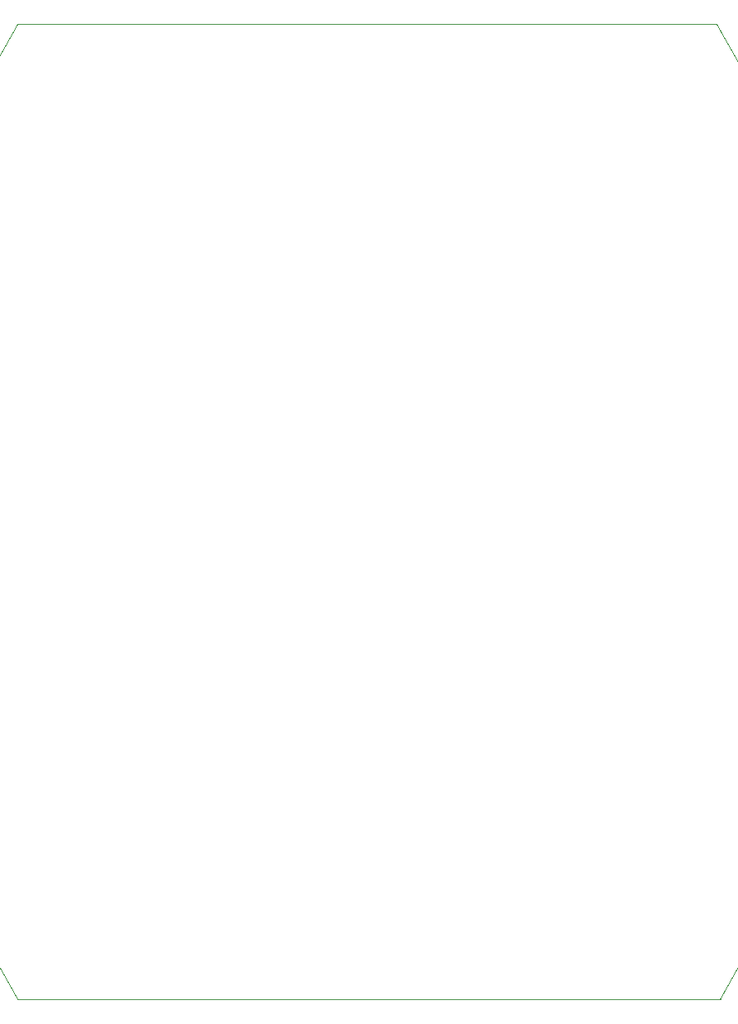
<source format=gbr>
%TF.GenerationSoftware,KiCad,Pcbnew,9.0.1*%
%TF.CreationDate,2025-04-09T16:15:18+03:00*%
%TF.ProjectId,G__ Da__t_m Kart_,47fce720-4461-41f3-9174-316d204b6172,rev?*%
%TF.SameCoordinates,Original*%
%TF.FileFunction,Profile,NP*%
%FSLAX46Y46*%
G04 Gerber Fmt 4.6, Leading zero omitted, Abs format (unit mm)*
G04 Created by KiCad (PCBNEW 9.0.1) date 2025-04-09 16:15:18*
%MOMM*%
%LPD*%
G01*
G04 APERTURE LIST*
%TA.AperFunction,Profile*%
%ADD10C,0.050000*%
%TD*%
G04 APERTURE END LIST*
D10*
X228074712Y-135984730D02*
X156016370Y-135984727D01*
X227700000Y-36000000D02*
G75*
G02*
X228074712Y-135984730I-81900001J-50300003D01*
G01*
X156030006Y-36000006D02*
X227700000Y-36000000D01*
X156019527Y-135982803D02*
G75*
G02*
X156030009Y-36000000I82022133J49982803D01*
G01*
M02*

</source>
